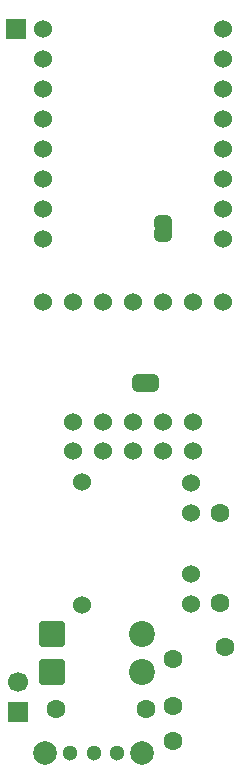
<source format=gbs>
G04 #@! TF.GenerationSoftware,KiCad,Pcbnew,9.0.2*
G04 #@! TF.CreationDate,2025-07-09T03:39:24-04:00*
G04 #@! TF.ProjectId,FBT,4642542e-6b69-4636-9164-5f7063625858,rev?*
G04 #@! TF.SameCoordinates,Original*
G04 #@! TF.FileFunction,Soldermask,Bot*
G04 #@! TF.FilePolarity,Negative*
%FSLAX46Y46*%
G04 Gerber Fmt 4.6, Leading zero omitted, Abs format (unit mm)*
G04 Created by KiCad (PCBNEW 9.0.2) date 2025-07-09 03:39:24*
%MOMM*%
%LPD*%
G01*
G04 APERTURE LIST*
G04 Aperture macros list*
%AMRoundRect*
0 Rectangle with rounded corners*
0 $1 Rounding radius*
0 $2 $3 $4 $5 $6 $7 $8 $9 X,Y pos of 4 corners*
0 Add a 4 corners polygon primitive as box body*
4,1,4,$2,$3,$4,$5,$6,$7,$8,$9,$2,$3,0*
0 Add four circle primitives for the rounded corners*
1,1,$1+$1,$2,$3*
1,1,$1+$1,$4,$5*
1,1,$1+$1,$6,$7*
1,1,$1+$1,$8,$9*
0 Add four rect primitives between the rounded corners*
20,1,$1+$1,$2,$3,$4,$5,0*
20,1,$1+$1,$4,$5,$6,$7,0*
20,1,$1+$1,$6,$7,$8,$9,0*
20,1,$1+$1,$8,$9,$2,$3,0*%
%AMFreePoly0*
4,1,23,0.500000,-0.750000,0.000000,-0.750000,0.000000,-0.745722,-0.065263,-0.745722,-0.191342,-0.711940,-0.304381,-0.646677,-0.396677,-0.554381,-0.461940,-0.441342,-0.495722,-0.315263,-0.495722,-0.250000,-0.500000,-0.250000,-0.500000,0.250000,-0.495722,0.250000,-0.495722,0.315263,-0.461940,0.441342,-0.396677,0.554381,-0.304381,0.646677,-0.191342,0.711940,-0.065263,0.745722,0.000000,0.745722,
0.000000,0.750000,0.500000,0.750000,0.500000,-0.750000,0.500000,-0.750000,$1*%
%AMFreePoly1*
4,1,23,0.000000,0.745722,0.065263,0.745722,0.191342,0.711940,0.304381,0.646677,0.396677,0.554381,0.461940,0.441342,0.495722,0.315263,0.495722,0.250000,0.500000,0.250000,0.500000,-0.250000,0.495722,-0.250000,0.495722,-0.315263,0.461940,-0.441342,0.396677,-0.554381,0.304381,-0.646677,0.191342,-0.711940,0.065263,-0.745722,0.000000,-0.745722,0.000000,-0.750000,-0.500000,-0.750000,
-0.500000,0.750000,0.000000,0.750000,0.000000,0.745722,0.000000,0.745722,$1*%
G04 Aperture macros list end*
%ADD10R,1.700000X1.700000*%
%ADD11C,2.000000*%
%ADD12C,1.300000*%
%ADD13C,1.524000*%
%ADD14C,1.600000*%
%ADD15RoundRect,0.249999X-0.850001X-0.850001X0.850001X-0.850001X0.850001X0.850001X-0.850001X0.850001X0*%
%ADD16C,2.200000*%
%ADD17C,1.700000*%
%ADD18FreePoly0,270.000000*%
%ADD19FreePoly1,270.000000*%
%ADD20FreePoly0,180.000000*%
%ADD21FreePoly1,180.000000*%
G04 APERTURE END LIST*
G36*
X104350000Y-65300000D02*
G01*
X105850000Y-65300000D01*
X105850000Y-65600000D01*
X104350000Y-65600000D01*
X104350000Y-65300000D01*
G37*
G36*
X103750000Y-77750000D02*
G01*
X103450000Y-77750000D01*
X103450000Y-79250000D01*
X103750000Y-79250000D01*
X103750000Y-77750000D01*
G37*
D10*
X92600000Y-48500000D03*
D11*
X95100000Y-109800000D03*
X103300000Y-109800000D03*
D12*
X97200000Y-109800000D03*
X99200000Y-109800000D03*
X101200000Y-109800000D03*
D13*
X110120000Y-71620000D03*
X107580000Y-71620000D03*
X105040000Y-71620000D03*
X102500000Y-71620000D03*
X99960000Y-71620000D03*
X97420000Y-71620000D03*
X94880000Y-71620000D03*
X97420000Y-81780000D03*
X99960000Y-81780000D03*
X102500000Y-81780000D03*
X105040000Y-81780000D03*
X107580000Y-81780000D03*
D14*
X105900000Y-101855000D03*
X105900000Y-105855000D03*
X105900000Y-108855000D03*
X110300000Y-100855000D03*
D15*
X95680000Y-103000000D03*
D16*
X103300000Y-103000000D03*
D14*
X103600000Y-106100000D03*
X95980000Y-106100000D03*
D13*
X98200000Y-86900000D03*
X98200000Y-97300000D03*
X107400000Y-97200000D03*
X107400000Y-94700000D03*
X107400000Y-89500000D03*
X107400000Y-87000000D03*
D10*
X92800000Y-106375000D03*
D17*
X92800000Y-103835000D03*
D15*
X95680000Y-99800000D03*
D16*
X103300000Y-99800000D03*
D14*
X109900000Y-97110000D03*
X109900000Y-89490000D03*
D13*
X94920000Y-48510000D03*
X94920000Y-51050000D03*
X94920000Y-53590000D03*
X94920000Y-56130000D03*
X94920000Y-58670000D03*
X94920000Y-61210000D03*
X94920000Y-63750000D03*
X94880000Y-66290000D03*
X110120000Y-66290000D03*
X110120000Y-63750000D03*
X110120000Y-61210000D03*
X110120000Y-58670000D03*
X110120000Y-56130000D03*
X110120000Y-53590000D03*
X110120000Y-51050000D03*
X110120000Y-48510000D03*
X107580000Y-84300000D03*
X105040000Y-84300000D03*
X102500000Y-84300000D03*
X99960000Y-84300000D03*
X97420000Y-84300000D03*
D18*
X105100000Y-64800000D03*
D19*
X105100000Y-66100000D03*
D20*
X104250000Y-78500000D03*
D21*
X102950000Y-78500000D03*
M02*

</source>
